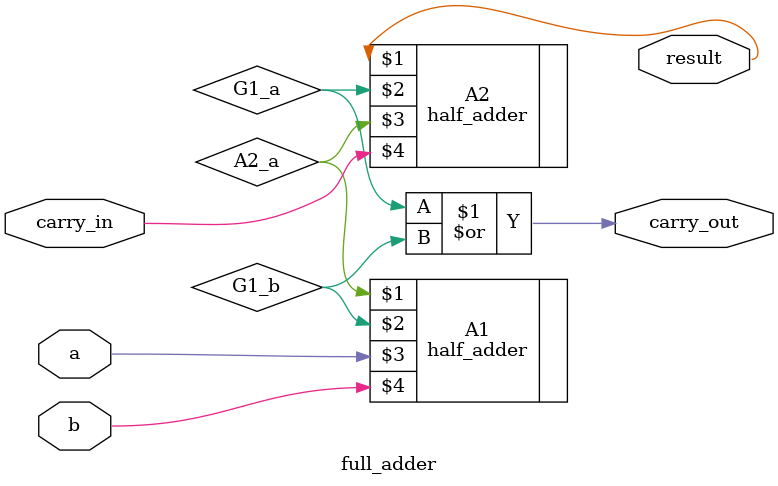
<source format=v>
`timescale 1ns / 1ns 
module full_adder(result, carry_out, a, b, carry_in);
    output result, carry_out;
    input a, b, carry_in;
    wire A2_a, G1_a, G1_b;

    half_adder A1(A2_a, G1_b, a, b);
    half_adder A2(result, G1_a, A2_a, carry_in);
    or #(10) G1(carry_out, G1_a, G1_b);
endmodule

</source>
